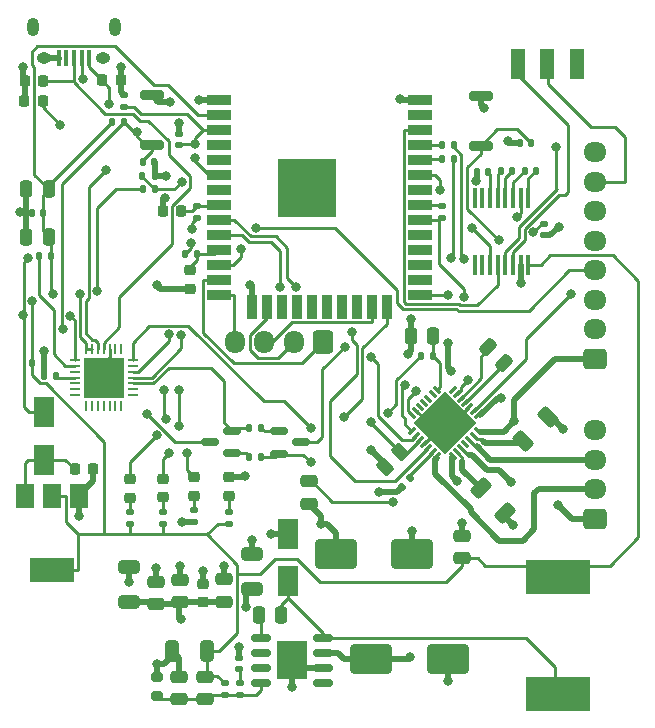
<source format=gbr>
%TF.GenerationSoftware,KiCad,Pcbnew,(6.0.7)*%
%TF.CreationDate,2023-01-17T20:42:06-06:00*%
%TF.ProjectId,SmartSpin2k,536d6172-7453-4706-996e-326b2e6b6963,2.35*%
%TF.SameCoordinates,Original*%
%TF.FileFunction,Copper,L1,Top*%
%TF.FilePolarity,Positive*%
%FSLAX46Y46*%
G04 Gerber Fmt 4.6, Leading zero omitted, Abs format (unit mm)*
G04 Created by KiCad (PCBNEW (6.0.7)) date 2023-01-17 20:42:06*
%MOMM*%
%LPD*%
G01*
G04 APERTURE LIST*
G04 Aperture macros list*
%AMRoundRect*
0 Rectangle with rounded corners*
0 $1 Rounding radius*
0 $2 $3 $4 $5 $6 $7 $8 $9 X,Y pos of 4 corners*
0 Add a 4 corners polygon primitive as box body*
4,1,4,$2,$3,$4,$5,$6,$7,$8,$9,$2,$3,0*
0 Add four circle primitives for the rounded corners*
1,1,$1+$1,$2,$3*
1,1,$1+$1,$4,$5*
1,1,$1+$1,$6,$7*
1,1,$1+$1,$8,$9*
0 Add four rect primitives between the rounded corners*
20,1,$1+$1,$2,$3,$4,$5,0*
20,1,$1+$1,$4,$5,$6,$7,0*
20,1,$1+$1,$6,$7,$8,$9,0*
20,1,$1+$1,$8,$9,$2,$3,0*%
%AMRotRect*
0 Rectangle, with rotation*
0 The origin of the aperture is its center*
0 $1 length*
0 $2 width*
0 $3 Rotation angle, in degrees counterclockwise*
0 Add horizontal line*
21,1,$1,$2,0,0,$3*%
G04 Aperture macros list end*
%TA.AperFunction,SMDPad,CuDef*%
%ADD10RoundRect,0.250000X-0.512652X-0.159099X-0.159099X-0.512652X0.512652X0.159099X0.159099X0.512652X0*%
%TD*%
%TA.AperFunction,SMDPad,CuDef*%
%ADD11RoundRect,0.135000X0.185000X-0.135000X0.185000X0.135000X-0.185000X0.135000X-0.185000X-0.135000X0*%
%TD*%
%TA.AperFunction,SMDPad,CuDef*%
%ADD12RoundRect,0.250000X-1.500000X-1.000000X1.500000X-1.000000X1.500000X1.000000X-1.500000X1.000000X0*%
%TD*%
%TA.AperFunction,SMDPad,CuDef*%
%ADD13RoundRect,0.218750X-0.256250X0.218750X-0.256250X-0.218750X0.256250X-0.218750X0.256250X0.218750X0*%
%TD*%
%TA.AperFunction,SMDPad,CuDef*%
%ADD14RoundRect,0.225000X0.225000X0.250000X-0.225000X0.250000X-0.225000X-0.250000X0.225000X-0.250000X0*%
%TD*%
%TA.AperFunction,SMDPad,CuDef*%
%ADD15R,1.500000X2.000000*%
%TD*%
%TA.AperFunction,SMDPad,CuDef*%
%ADD16R,3.800000X2.000000*%
%TD*%
%TA.AperFunction,SMDPad,CuDef*%
%ADD17RoundRect,0.250000X0.475000X-0.250000X0.475000X0.250000X-0.475000X0.250000X-0.475000X-0.250000X0*%
%TD*%
%TA.AperFunction,SMDPad,CuDef*%
%ADD18RoundRect,0.150000X-0.662500X-0.150000X0.662500X-0.150000X0.662500X0.150000X-0.662500X0.150000X0*%
%TD*%
%TA.AperFunction,SMDPad,CuDef*%
%ADD19R,2.514000X3.200000*%
%TD*%
%TA.AperFunction,SMDPad,CuDef*%
%ADD20RoundRect,0.200000X-0.800000X0.200000X-0.800000X-0.200000X0.800000X-0.200000X0.800000X0.200000X0*%
%TD*%
%TA.AperFunction,SMDPad,CuDef*%
%ADD21R,1.250000X2.500000*%
%TD*%
%TA.AperFunction,SMDPad,CuDef*%
%ADD22RoundRect,0.218750X0.218750X0.256250X-0.218750X0.256250X-0.218750X-0.256250X0.218750X-0.256250X0*%
%TD*%
%TA.AperFunction,SMDPad,CuDef*%
%ADD23RoundRect,0.140000X0.170000X-0.140000X0.170000X0.140000X-0.170000X0.140000X-0.170000X-0.140000X0*%
%TD*%
%TA.AperFunction,SMDPad,CuDef*%
%ADD24RoundRect,0.218750X-0.218750X-0.256250X0.218750X-0.256250X0.218750X0.256250X-0.218750X0.256250X0*%
%TD*%
%TA.AperFunction,SMDPad,CuDef*%
%ADD25RoundRect,0.150000X0.587500X0.150000X-0.587500X0.150000X-0.587500X-0.150000X0.587500X-0.150000X0*%
%TD*%
%TA.AperFunction,SMDPad,CuDef*%
%ADD26RoundRect,0.250000X0.650000X-0.325000X0.650000X0.325000X-0.650000X0.325000X-0.650000X-0.325000X0*%
%TD*%
%TA.AperFunction,SMDPad,CuDef*%
%ADD27RoundRect,0.135000X-0.135000X-0.185000X0.135000X-0.185000X0.135000X0.185000X-0.135000X0.185000X0*%
%TD*%
%TA.AperFunction,SMDPad,CuDef*%
%ADD28RoundRect,0.140000X-0.140000X-0.170000X0.140000X-0.170000X0.140000X0.170000X-0.140000X0.170000X0*%
%TD*%
%TA.AperFunction,SMDPad,CuDef*%
%ADD29RoundRect,0.250000X-0.132583X0.503814X-0.503814X0.132583X0.132583X-0.503814X0.503814X-0.132583X0*%
%TD*%
%TA.AperFunction,SMDPad,CuDef*%
%ADD30RoundRect,0.062500X0.185616X0.274004X-0.274004X-0.185616X-0.185616X-0.274004X0.274004X0.185616X0*%
%TD*%
%TA.AperFunction,SMDPad,CuDef*%
%ADD31RoundRect,0.062500X-0.185616X0.274004X-0.274004X0.185616X0.185616X-0.274004X0.274004X-0.185616X0*%
%TD*%
%TA.AperFunction,SMDPad,CuDef*%
%ADD32RotRect,3.750000X3.750000X225.000000*%
%TD*%
%TA.AperFunction,SMDPad,CuDef*%
%ADD33RoundRect,0.250000X-0.250000X-0.475000X0.250000X-0.475000X0.250000X0.475000X-0.250000X0.475000X0*%
%TD*%
%TA.AperFunction,SMDPad,CuDef*%
%ADD34RoundRect,0.140000X-0.170000X0.140000X-0.170000X-0.140000X0.170000X-0.140000X0.170000X0.140000X0*%
%TD*%
%TA.AperFunction,SMDPad,CuDef*%
%ADD35RoundRect,0.218750X0.256250X-0.218750X0.256250X0.218750X-0.256250X0.218750X-0.256250X-0.218750X0*%
%TD*%
%TA.AperFunction,SMDPad,CuDef*%
%ADD36RoundRect,0.135000X0.035355X-0.226274X0.226274X-0.035355X-0.035355X0.226274X-0.226274X0.035355X0*%
%TD*%
%TA.AperFunction,SMDPad,CuDef*%
%ADD37R,0.400000X1.350000*%
%TD*%
%TA.AperFunction,ComponentPad*%
%ADD38O,1.250000X0.950000*%
%TD*%
%TA.AperFunction,ComponentPad*%
%ADD39O,1.000000X1.550000*%
%TD*%
%TA.AperFunction,SMDPad,CuDef*%
%ADD40RoundRect,0.200000X0.275000X-0.200000X0.275000X0.200000X-0.275000X0.200000X-0.275000X-0.200000X0*%
%TD*%
%TA.AperFunction,SMDPad,CuDef*%
%ADD41RoundRect,0.250000X0.250000X0.475000X-0.250000X0.475000X-0.250000X-0.475000X0.250000X-0.475000X0*%
%TD*%
%TA.AperFunction,SMDPad,CuDef*%
%ADD42RoundRect,0.135000X0.135000X0.185000X-0.135000X0.185000X-0.135000X-0.185000X0.135000X-0.185000X0*%
%TD*%
%TA.AperFunction,SMDPad,CuDef*%
%ADD43RoundRect,0.135000X-0.185000X0.135000X-0.185000X-0.135000X0.185000X-0.135000X0.185000X0.135000X0*%
%TD*%
%TA.AperFunction,SMDPad,CuDef*%
%ADD44R,2.000000X0.900000*%
%TD*%
%TA.AperFunction,SMDPad,CuDef*%
%ADD45R,0.900000X2.000000*%
%TD*%
%TA.AperFunction,SMDPad,CuDef*%
%ADD46R,5.000000X5.000000*%
%TD*%
%TA.AperFunction,SMDPad,CuDef*%
%ADD47RoundRect,0.140000X0.140000X0.170000X-0.140000X0.170000X-0.140000X-0.170000X0.140000X-0.170000X0*%
%TD*%
%TA.AperFunction,SMDPad,CuDef*%
%ADD48R,1.800000X2.500000*%
%TD*%
%TA.AperFunction,SMDPad,CuDef*%
%ADD49RoundRect,0.150000X-0.587500X-0.150000X0.587500X-0.150000X0.587500X0.150000X-0.587500X0.150000X0*%
%TD*%
%TA.AperFunction,SMDPad,CuDef*%
%ADD50RoundRect,0.225000X0.250000X-0.225000X0.250000X0.225000X-0.250000X0.225000X-0.250000X-0.225000X0*%
%TD*%
%TA.AperFunction,SMDPad,CuDef*%
%ADD51R,0.355600X1.676400*%
%TD*%
%TA.AperFunction,SMDPad,CuDef*%
%ADD52RoundRect,0.250000X0.325000X0.650000X-0.325000X0.650000X-0.325000X-0.650000X0.325000X-0.650000X0*%
%TD*%
%TA.AperFunction,SMDPad,CuDef*%
%ADD53RoundRect,0.250000X0.662913X0.220971X0.220971X0.662913X-0.662913X-0.220971X-0.220971X-0.662913X0*%
%TD*%
%TA.AperFunction,SMDPad,CuDef*%
%ADD54RoundRect,0.225000X-0.250000X0.225000X-0.250000X-0.225000X0.250000X-0.225000X0.250000X0.225000X0*%
%TD*%
%TA.AperFunction,SMDPad,CuDef*%
%ADD55RoundRect,0.062500X-0.062500X0.337500X-0.062500X-0.337500X0.062500X-0.337500X0.062500X0.337500X0*%
%TD*%
%TA.AperFunction,SMDPad,CuDef*%
%ADD56RoundRect,0.062500X-0.337500X0.062500X-0.337500X-0.062500X0.337500X-0.062500X0.337500X0.062500X0*%
%TD*%
%TA.AperFunction,SMDPad,CuDef*%
%ADD57R,3.350000X3.350000*%
%TD*%
%TA.AperFunction,SMDPad,CuDef*%
%ADD58RoundRect,0.200000X0.800000X-0.200000X0.800000X0.200000X-0.800000X0.200000X-0.800000X-0.200000X0*%
%TD*%
%TA.AperFunction,SMDPad,CuDef*%
%ADD59R,5.400000X2.900000*%
%TD*%
%TA.AperFunction,SMDPad,CuDef*%
%ADD60RoundRect,0.250000X-0.220971X0.662913X-0.662913X0.220971X0.220971X-0.662913X0.662913X-0.220971X0*%
%TD*%
%TA.AperFunction,ComponentPad*%
%ADD61RoundRect,0.250000X0.725000X-0.600000X0.725000X0.600000X-0.725000X0.600000X-0.725000X-0.600000X0*%
%TD*%
%TA.AperFunction,ComponentPad*%
%ADD62O,1.950000X1.700000*%
%TD*%
%TA.AperFunction,ComponentPad*%
%ADD63RoundRect,0.250000X0.600000X0.725000X-0.600000X0.725000X-0.600000X-0.725000X0.600000X-0.725000X0*%
%TD*%
%TA.AperFunction,ComponentPad*%
%ADD64O,1.700000X1.950000*%
%TD*%
%TA.AperFunction,ViaPad*%
%ADD65C,0.800000*%
%TD*%
%TA.AperFunction,Conductor*%
%ADD66C,0.250000*%
%TD*%
%TA.AperFunction,Conductor*%
%ADD67C,0.500000*%
%TD*%
%TA.AperFunction,Conductor*%
%ADD68C,0.250200*%
%TD*%
%TA.AperFunction,Conductor*%
%ADD69C,0.399800*%
%TD*%
G04 APERTURE END LIST*
D10*
%TO.P,C6,1*%
%TO.N,Net-(C6-Pad1)*%
X42778049Y31379351D03*
%TO.P,C6,2*%
%TO.N,Net-(C6-Pad2)*%
X44121551Y30035849D03*
%TD*%
D11*
%TO.P,R6,1*%
%TO.N,/TMCUART1*%
X38820000Y42310000D03*
%TO.P,R6,2*%
%TO.N,/TMCUART2*%
X38820000Y43330000D03*
%TD*%
D12*
%TO.P,C7,1*%
%TO.N,/VDC*%
X29842500Y13840000D03*
%TO.P,C7,2*%
%TO.N,GND*%
X36342500Y13840000D03*
%TD*%
D13*
%TO.P,D3,1,K*%
%TO.N,/ShiftUp*%
X12411000Y20192100D03*
%TO.P,D3,2,A*%
%TO.N,Net-(D3-Pad2)*%
X12411000Y18617100D03*
%TD*%
D11*
%TO.P,R19,1*%
%TO.N,Net-(C26-Pad1)*%
X21725000Y1911300D03*
%TO.P,R19,2*%
%TO.N,Net-(C29-Pad1)*%
X21725000Y2931300D03*
%TD*%
D14*
%TO.P,C32,1*%
%TO.N,GND*%
X9325000Y21020000D03*
%TO.P,C32,2*%
%TO.N,/REG_5V*%
X7775000Y21020000D03*
%TD*%
D15*
%TO.P,U6,1,GND*%
%TO.N,GND*%
X8130000Y18760000D03*
D16*
%TO.P,U6,2,VO*%
%TO.N,/3V3*%
X5830000Y12460000D03*
D15*
X5830000Y18760000D03*
%TO.P,U6,3,VI*%
%TO.N,/REG_5V*%
X3530000Y18760000D03*
%TD*%
D17*
%TO.P,C1,1*%
%TO.N,/VDC*%
X20430000Y9810000D03*
%TO.P,C1,2*%
%TO.N,GND*%
X20430000Y11710000D03*
%TD*%
D18*
%TO.P,U4,1,BOOT*%
%TO.N,Net-(C28-Pad1)*%
X23499500Y6726900D03*
%TO.P,U4,2,NC*%
%TO.N,unconnected-(U4-Pad2)*%
X23499500Y5456900D03*
%TO.P,U4,3,NC*%
%TO.N,unconnected-(U4-Pad3)*%
X23499500Y4186900D03*
%TO.P,U4,4,VSENSE*%
%TO.N,Net-(C26-Pad1)*%
X23499500Y2916900D03*
%TO.P,U4,5,EN*%
%TO.N,unconnected-(U4-Pad5)*%
X28774500Y2916900D03*
%TO.P,U4,6,GND*%
%TO.N,GND*%
X28774500Y4186900D03*
%TO.P,U4,7,VIN*%
%TO.N,/VDC*%
X28774500Y5456900D03*
%TO.P,U4,8,PH*%
%TO.N,Net-(C28-Pad2)*%
X28774500Y6726900D03*
D19*
%TO.P,U4,9,GNDPAD*%
%TO.N,GND*%
X26137000Y4821900D03*
%TD*%
D20*
%TO.P,SW2,1,1*%
%TO.N,GND*%
X14266000Y52667800D03*
%TO.P,SW2,2,2*%
%TO.N,/EN*%
X14266000Y48467800D03*
%TD*%
D21*
%TO.P,S1,1*%
%TO.N,unconnected-(S1-Pad1)*%
X50260000Y55340000D03*
%TO.P,S1,2*%
%TO.N,/RS232OUT1*%
X47760000Y55340000D03*
%TO.P,S1,3*%
%TO.N,Net-(S1-Pad3)*%
X45260000Y55340000D03*
%TD*%
D22*
%TO.P,D5,1,A1*%
%TO.N,/D-*%
X5070500Y52170600D03*
%TO.P,D5,2,A2*%
%TO.N,GND*%
X3495500Y52170600D03*
%TD*%
D23*
%TO.P,C2,1*%
%TO.N,/EN*%
X16576600Y48464800D03*
%TO.P,C2,2*%
%TO.N,GND*%
X16576600Y49424800D03*
%TD*%
D24*
%TO.P,D4,1,A1*%
%TO.N,/VBUS*%
X10074100Y53948600D03*
%TO.P,D4,2,A2*%
%TO.N,GND*%
X11649100Y53948600D03*
%TD*%
D25*
%TO.P,Q2,1,B*%
%TO.N,Net-(Q2-Pad1)*%
X21086700Y22365800D03*
%TO.P,Q2,2,E*%
%TO.N,/RTS*%
X21086700Y24265800D03*
%TO.P,Q2,3,C*%
%TO.N,/EN*%
X19211700Y23315800D03*
%TD*%
D26*
%TO.P,C18,1*%
%TO.N,/VDC*%
X22750000Y10885000D03*
%TO.P,C18,2*%
%TO.N,GND*%
X22750000Y13835000D03*
%TD*%
%TO.P,C3,1*%
%TO.N,/VDC*%
X12330000Y9745000D03*
%TO.P,C3,2*%
%TO.N,GND*%
X12330000Y12695000D03*
%TD*%
D27*
%TO.P,R3,1*%
%TO.N,/3V3*%
X10890000Y50420000D03*
%TO.P,R3,2*%
%TO.N,/EN*%
X11910000Y50420000D03*
%TD*%
D28*
%TO.P,C20,1*%
%TO.N,Net-(C20-Pad1)*%
X43820000Y46268300D03*
%TO.P,C20,2*%
%TO.N,Net-(C20-Pad2)*%
X44780000Y46268300D03*
%TD*%
D27*
%TO.P,R4,1*%
%TO.N,Net-(R4-Pad1)*%
X38830000Y48470000D03*
%TO.P,R4,2*%
%TO.N,/TXD0*%
X39850000Y48470000D03*
%TD*%
D29*
%TO.P,R17,1*%
%TO.N,Net-(R17-Pad1)*%
X35306635Y22462835D03*
%TO.P,R17,2*%
%TO.N,GND*%
X34016165Y21172365D03*
%TD*%
D30*
%TO.P,U2,1,OB2*%
%TO.N,/B2*%
X41882911Y25571590D03*
%TO.P,U2,2,ENN*%
%TO.N,/DriverEN*%
X41529357Y25925144D03*
%TO.P,U2,3,GND*%
%TO.N,GND*%
X41175804Y26278697D03*
%TO.P,U2,4,CPO*%
%TO.N,Net-(C6-Pad2)*%
X40822250Y26632250D03*
%TO.P,U2,5,CPI*%
%TO.N,Net-(C6-Pad1)*%
X40468697Y26985804D03*
%TO.P,U2,6,VCP*%
%TO.N,Net-(C14-Pad2)*%
X40115144Y27339357D03*
%TO.P,U2,7,SPREAD*%
%TO.N,unconnected-(U2-Pad7)*%
X39761590Y27692911D03*
D31*
%TO.P,U2,8,5VOUT*%
%TO.N,/5V*%
X38400410Y27692911D03*
%TO.P,U2,9,MS1_AD0*%
%TO.N,unconnected-(U2-Pad9)*%
X38046856Y27339357D03*
%TO.P,U2,10,MS2_AD1*%
%TO.N,unconnected-(U2-Pad10)*%
X37693303Y26985804D03*
%TO.P,U2,11,DIAG*%
%TO.N,unconnected-(U2-Pad11)*%
X37339750Y26632250D03*
%TO.P,U2,12,INDEX*%
%TO.N,unconnected-(U2-Pad12)*%
X36986196Y26278697D03*
%TO.P,U2,13,CLK*%
%TO.N,GND*%
X36632643Y25925144D03*
%TO.P,U2,14,PDN_UART*%
%TO.N,/TMCUART1*%
X36279089Y25571590D03*
D30*
%TO.P,U2,15,VCC_IO*%
%TO.N,/3V3*%
X36279089Y24210410D03*
%TO.P,U2,16,STEP*%
%TO.N,/DriverSTEP*%
X36632643Y23856856D03*
%TO.P,U2,17,VREF*%
%TO.N,Net-(R17-Pad1)*%
X36986196Y23503303D03*
%TO.P,U2,18,GND*%
%TO.N,GND*%
X37339750Y23149750D03*
%TO.P,U2,19,DIR*%
%TO.N,/DriverDIR*%
X37693303Y22796196D03*
%TO.P,U2,20,STDBY*%
%TO.N,Net-(R14-Pad2)*%
X38046856Y22442643D03*
%TO.P,U2,21,OA2*%
%TO.N,/A2*%
X38400410Y22089089D03*
D31*
%TO.P,U2,22,VS*%
%TO.N,/VDC*%
X39761590Y22089089D03*
%TO.P,U2,23,BRA*%
%TO.N,/BRA*%
X40115144Y22442643D03*
%TO.P,U2,24,OA1*%
%TO.N,/A1*%
X40468697Y22796196D03*
%TO.P,U2,25,NC*%
%TO.N,unconnected-(U2-Pad25)*%
X40822250Y23149750D03*
%TO.P,U2,26,OB1*%
%TO.N,/B1*%
X41175804Y23503303D03*
%TO.P,U2,27,BRB*%
%TO.N,/BRB*%
X41529357Y23856856D03*
%TO.P,U2,28,VS*%
%TO.N,/VDC*%
X41882911Y24210410D03*
D32*
%TO.P,U2,29,EPAD*%
%TO.N,GND*%
X39081000Y24891000D03*
%TD*%
D33*
%TO.P,C28,1*%
%TO.N,Net-(C28-Pad1)*%
X23350000Y8710000D03*
%TO.P,C28,2*%
%TO.N,Net-(C28-Pad2)*%
X25250000Y8710000D03*
%TD*%
D12*
%TO.P,C19,1*%
%TO.N,/VDC*%
X32877500Y4945000D03*
%TO.P,C19,2*%
%TO.N,GND*%
X39377500Y4945000D03*
%TD*%
D22*
%TO.P,D6,1,A1*%
%TO.N,/D+*%
X5095900Y53897800D03*
%TO.P,D6,2,A2*%
%TO.N,GND*%
X3520900Y53897800D03*
%TD*%
D17*
%TO.P,C14,1*%
%TO.N,/VDC*%
X27549400Y18073600D03*
%TO.P,C14,2*%
%TO.N,Net-(C14-Pad2)*%
X27549400Y19973600D03*
%TD*%
D28*
%TO.P,C17,1*%
%TO.N,Net-(C17-Pad1)*%
X45840000Y46268300D03*
%TO.P,C17,2*%
%TO.N,Net-(C17-Pad2)*%
X46800000Y46268300D03*
%TD*%
D27*
%TO.P,R1,1*%
%TO.N,/3V3*%
X13500000Y44706000D03*
%TO.P,R1,2*%
%TO.N,Net-(R1-Pad2)*%
X14520000Y44706000D03*
%TD*%
D17*
%TO.P,C12,1*%
%TO.N,/3V3*%
X40503400Y13476200D03*
%TO.P,C12,2*%
%TO.N,GND*%
X40503400Y15376200D03*
%TD*%
D28*
%TO.P,C23,1*%
%TO.N,/3V3*%
X4150000Y30030000D03*
%TO.P,C23,2*%
%TO.N,GND*%
X5110000Y30030000D03*
%TD*%
D34*
%TO.P,C21,1*%
%TO.N,Net-(C21-Pad1)*%
X47507500Y41794300D03*
%TO.P,C21,2*%
%TO.N,GND*%
X47507500Y40834300D03*
%TD*%
D35*
%TO.P,D1,1,K*%
%TO.N,Net-(D1-Pad1)*%
X17872000Y18769500D03*
%TO.P,D1,2,A*%
%TO.N,Net-(D1-Pad2)*%
X17872000Y20344500D03*
%TD*%
D36*
%TO.P,R14,1*%
%TO.N,GND*%
X35443776Y19526576D03*
%TO.P,R14,2*%
%TO.N,Net-(R14-Pad2)*%
X36165024Y20247824D03*
%TD*%
D37*
%TO.P,J4,1*%
%TO.N,/VBUS*%
X8986600Y55790000D03*
%TO.P,J4,2*%
%TO.N,/D-*%
X8336600Y55790000D03*
%TO.P,J4,3*%
%TO.N,/D+*%
X7686600Y55790000D03*
%TO.P,J4,4*%
%TO.N,unconnected-(J4-Pad4)*%
X7036600Y55790000D03*
%TO.P,J4,5*%
%TO.N,GND*%
X6386600Y55790000D03*
D38*
%TO.P,J4,SH*%
X10186600Y55790000D03*
X5186600Y55790000D03*
D39*
X11186600Y58490000D03*
X4186600Y58490000D03*
%TD*%
D11*
%TO.P,R9,1*%
%TO.N,GND*%
X17872000Y16507000D03*
%TO.P,R9,2*%
%TO.N,Net-(D1-Pad1)*%
X17872000Y17527000D03*
%TD*%
D27*
%TO.P,R23,1*%
%TO.N,GND*%
X5130000Y28940000D03*
%TO.P,R23,2*%
%TO.N,Net-(R23-Pad2)*%
X6150000Y28940000D03*
%TD*%
D40*
%TO.P,R20,1*%
%TO.N,Net-(C26-Pad1)*%
X14710000Y1785000D03*
%TO.P,R20,2*%
%TO.N,GND*%
X14710000Y3435000D03*
%TD*%
D41*
%TO.P,C8,1*%
%TO.N,/5V*%
X38100600Y32257000D03*
%TO.P,C8,2*%
%TO.N,GND*%
X36200600Y32257000D03*
%TD*%
D17*
%TO.P,C5,1*%
%TO.N,/VDC*%
X16696200Y9733800D03*
%TO.P,C5,2*%
%TO.N,GND*%
X16696200Y11633800D03*
%TD*%
D11*
%TO.P,R22,1*%
%TO.N,Net-(C26-Pad1)*%
X20440000Y1870000D03*
%TO.P,R22,2*%
%TO.N,/3V3*%
X20440000Y2890000D03*
%TD*%
D42*
%TO.P,R21,1*%
%TO.N,/3V3*%
X5730000Y39060000D03*
%TO.P,R21,2*%
%TO.N,Net-(R21-Pad2)*%
X4710000Y39060000D03*
%TD*%
D43*
%TO.P,R12,1*%
%TO.N,Net-(D2-Pad2)*%
X15205000Y17425400D03*
%TO.P,R12,2*%
%TO.N,/3V3*%
X15205000Y16405400D03*
%TD*%
D23*
%TO.P,C15,1*%
%TO.N,/EN*%
X11918700Y51720400D03*
%TO.P,C15,2*%
%TO.N,GND*%
X11918700Y52680400D03*
%TD*%
%TO.P,C29,1*%
%TO.N,Net-(C29-Pad1)*%
X21670000Y4090000D03*
%TO.P,C29,2*%
%TO.N,GND*%
X21670000Y5050000D03*
%TD*%
D44*
%TO.P,U1,1,GND*%
%TO.N,GND*%
X19948000Y52284000D03*
%TO.P,U1,2,3V3*%
%TO.N,/3V3*%
X19948000Y51014000D03*
%TO.P,U1,3,EN*%
%TO.N,/EN*%
X19948000Y49744000D03*
%TO.P,U1,4,SENSOR_VP*%
%TO.N,unconnected-(U1-Pad4)*%
X19948000Y48474000D03*
%TO.P,U1,5,SENSOR_VN*%
%TO.N,unconnected-(U1-Pad5)*%
X19948000Y47204000D03*
%TO.P,U1,6,IO34*%
%TO.N,Net-(R1-Pad2)*%
X19948000Y45934000D03*
%TO.P,U1,7,IO35*%
%TO.N,unconnected-(U1-Pad7)*%
X19948000Y44664000D03*
%TO.P,U1,8,IO32*%
%TO.N,Net-(C11-Pad1)*%
X19948000Y43394000D03*
%TO.P,U1,9,IO33*%
%TO.N,/DriverDIR*%
X19948000Y42124000D03*
%TO.P,U1,10,IO25*%
%TO.N,/DriverSTEP*%
X19948000Y40854000D03*
%TO.P,U1,11,IO26*%
%TO.N,Net-(C10-Pad1)*%
X19948000Y39584000D03*
%TO.P,U1,12,IO27*%
%TO.N,/DriverEN*%
X19948000Y38314000D03*
%TO.P,U1,13,IO14*%
%TO.N,Net-(J2-Pad1)*%
X19948000Y37044000D03*
%TO.P,U1,14,IO12*%
%TO.N,Net-(J2-Pad4)*%
X19948000Y35774000D03*
D45*
%TO.P,U1,15,GND*%
%TO.N,GND*%
X22733000Y34774000D03*
%TO.P,U1,16,IO13*%
%TO.N,Net-(J2-Pad2)*%
X24003000Y34774000D03*
%TO.P,U1,17,SHD/SD2*%
%TO.N,unconnected-(U1-Pad17)*%
X25273000Y34774000D03*
%TO.P,U1,18,SWP/SD3*%
%TO.N,unconnected-(U1-Pad18)*%
X26543000Y34774000D03*
%TO.P,U1,19,SCS/CMD*%
%TO.N,unconnected-(U1-Pad19)*%
X27813000Y34774000D03*
%TO.P,U1,20,SCK/CLK*%
%TO.N,unconnected-(U1-Pad20)*%
X29083000Y34774000D03*
%TO.P,U1,21,SDO/SD0*%
%TO.N,unconnected-(U1-Pad21)*%
X30353000Y34774000D03*
%TO.P,U1,22,SDI/SD1*%
%TO.N,unconnected-(U1-Pad22)*%
X31623000Y34774000D03*
%TO.P,U1,23,IO15*%
%TO.N,Net-(J2-Pad3)*%
X32893000Y34774000D03*
%TO.P,U1,24,IO2*%
%TO.N,Net-(D1-Pad2)*%
X34163000Y34774000D03*
D44*
%TO.P,U1,25,IO0*%
%TO.N,/IO0_BOOT*%
X36948000Y35774000D03*
%TO.P,U1,26,IO4*%
%TO.N,unconnected-(U1-Pad26)*%
X36948000Y37044000D03*
%TO.P,U1,27,IO16*%
%TO.N,unconnected-(U1-Pad27)*%
X36948000Y38314000D03*
%TO.P,U1,28,IO17*%
%TO.N,unconnected-(U1-Pad28)*%
X36948000Y39584000D03*
%TO.P,U1,29,IO5*%
%TO.N,unconnected-(U1-Pad29)*%
X36948000Y40854000D03*
%TO.P,U1,30,IO18*%
%TO.N,/TMCUART1*%
X36948000Y42124000D03*
%TO.P,U1,31,IO19*%
%TO.N,/TMCUART2*%
X36948000Y43394000D03*
%TO.P,U1,32,NC*%
%TO.N,unconnected-(U1-Pad32)*%
X36948000Y44664000D03*
%TO.P,U1,33,IO21*%
%TO.N,/T1IN*%
X36948000Y45934000D03*
%TO.P,U1,34,RXD0*%
%TO.N,Net-(R5-Pad1)*%
X36948000Y47204000D03*
%TO.P,U1,35,TXD0*%
%TO.N,Net-(R4-Pad1)*%
X36948000Y48474000D03*
%TO.P,U1,36,IO22*%
%TO.N,/R1OUT*%
X36948000Y49744000D03*
%TO.P,U1,37,IO23*%
%TO.N,unconnected-(U1-Pad37)*%
X36948000Y51014000D03*
%TO.P,U1,38,GND*%
%TO.N,GND*%
X36948000Y52284000D03*
D46*
%TO.P,U1,39,GND*%
X27448000Y44784000D03*
%TD*%
D11*
%TO.P,R13,1*%
%TO.N,/3V3*%
X12411000Y16380000D03*
%TO.P,R13,2*%
%TO.N,Net-(D3-Pad2)*%
X12411000Y17400000D03*
%TD*%
D47*
%TO.P,C27,1*%
%TO.N,/3V3*%
X5080000Y42710000D03*
%TO.P,C27,2*%
%TO.N,GND*%
X4120000Y42710000D03*
%TD*%
D48*
%TO.P,D7,1,K*%
%TO.N,/REG_5V*%
X5146600Y21824200D03*
%TO.P,D7,2,A*%
%TO.N,/VBUS*%
X5146600Y25824200D03*
%TD*%
D13*
%TO.P,D2,1,K*%
%TO.N,/ShiftDown*%
X15205000Y20217500D03*
%TO.P,D2,2,A*%
%TO.N,Net-(D2-Pad2)*%
X15205000Y18642500D03*
%TD*%
D48*
%TO.P,D8,1,K*%
%TO.N,Net-(C28-Pad2)*%
X25830000Y11540000D03*
%TO.P,D8,2,A*%
%TO.N,GND*%
X25830000Y15540000D03*
%TD*%
D47*
%TO.P,C22,1*%
%TO.N,Net-(C22-Pad1)*%
X42761000Y46204300D03*
%TO.P,C22,2*%
%TO.N,GND*%
X41801000Y46204300D03*
%TD*%
D27*
%TO.P,R5,1*%
%TO.N,Net-(R5-Pad1)*%
X38830000Y47270000D03*
%TO.P,R5,2*%
%TO.N,/RXD0*%
X39850000Y47270000D03*
%TD*%
D49*
%TO.P,Q1,1,B*%
%TO.N,Net-(Q1-Pad1)*%
X25011700Y24240800D03*
%TO.P,Q1,2,E*%
%TO.N,/DTR*%
X25011700Y22340800D03*
%TO.P,Q1,3,C*%
%TO.N,/IO0_BOOT*%
X26886700Y23290800D03*
%TD*%
D50*
%TO.P,C9,1*%
%TO.N,/VDC*%
X18601200Y9731000D03*
%TO.P,C9,2*%
%TO.N,GND*%
X18601200Y11281000D03*
%TD*%
D13*
%TO.P,D9,1,K*%
%TO.N,GND*%
X20793000Y20344500D03*
%TO.P,D9,2,A*%
%TO.N,Net-(D9-Pad2)*%
X20793000Y18769500D03*
%TD*%
D14*
%TO.P,C11,1*%
%TO.N,Net-(C11-Pad1)*%
X16792800Y42848800D03*
%TO.P,C11,2*%
%TO.N,GND*%
X15242800Y42848800D03*
%TD*%
D17*
%TO.P,C4,1*%
%TO.N,/VDC*%
X14613400Y9581400D03*
%TO.P,C4,2*%
%TO.N,GND*%
X14613400Y11481400D03*
%TD*%
D42*
%TO.P,R18,1*%
%TO.N,/5V*%
X38060400Y30600000D03*
%TO.P,R18,2*%
%TO.N,Net-(R17-Pad1)*%
X37040400Y30600000D03*
%TD*%
D28*
%TO.P,C16,1*%
%TO.N,/EN*%
X13505800Y47065200D03*
%TO.P,C16,2*%
%TO.N,GND*%
X14465800Y47065200D03*
%TD*%
D51*
%TO.P,U3,1,C1+*%
%TO.N,Net-(C17-Pad2)*%
X46172499Y43963700D03*
%TO.P,U3,2,VS+*%
%TO.N,Net-(C21-Pad1)*%
X45522501Y43963700D03*
%TO.P,U3,3,C1-*%
%TO.N,Net-(C17-Pad1)*%
X44872499Y43963700D03*
%TO.P,U3,4,C2+*%
%TO.N,Net-(C20-Pad2)*%
X44222501Y43963700D03*
%TO.P,U3,5,C2-*%
%TO.N,Net-(C20-Pad1)*%
X43572502Y43963700D03*
%TO.P,U3,6,VS-*%
%TO.N,Net-(C22-Pad1)*%
X42922501Y43963700D03*
%TO.P,U3,7,T2OUT*%
%TO.N,unconnected-(U3-Pad7)*%
X42272502Y43963700D03*
%TO.P,U3,8,R2IN*%
%TO.N,unconnected-(U3-Pad8)*%
X41622501Y43963700D03*
%TO.P,U3,9,R2OUT*%
%TO.N,unconnected-(U3-Pad9)*%
X41622501Y38324900D03*
%TO.P,U3,10,T2IN*%
%TO.N,unconnected-(U3-Pad10)*%
X42272499Y38324900D03*
%TO.P,U3,11,T1IN*%
%TO.N,/T1IN*%
X42922501Y38324900D03*
%TO.P,U3,12,R1OUT*%
%TO.N,/R1OUT*%
X43572499Y38324900D03*
%TO.P,U3,13,R1IN*%
%TO.N,/RS232IN1*%
X44222498Y38324900D03*
%TO.P,U3,14,T1OUT*%
%TO.N,Net-(S1-Pad3)*%
X44872499Y38324900D03*
%TO.P,U3,15,GND*%
%TO.N,GND*%
X45522498Y38324900D03*
%TO.P,U3,16,VCC*%
%TO.N,/3V3*%
X46172499Y38324900D03*
%TD*%
D42*
%TO.P,R11,1*%
%TO.N,Net-(C10-Pad1)*%
X18128000Y39216600D03*
%TO.P,R11,2*%
%TO.N,/ShiftDown*%
X17108000Y39216600D03*
%TD*%
D52*
%TO.P,C30,1*%
%TO.N,/3V3*%
X18935000Y5610000D03*
%TO.P,C30,2*%
%TO.N,GND*%
X15985000Y5610000D03*
%TD*%
D17*
%TO.P,C31,1*%
%TO.N,Net-(C26-Pad1)*%
X18760000Y1520000D03*
%TO.P,C31,2*%
%TO.N,/3V3*%
X18760000Y3420000D03*
%TD*%
D53*
%TO.P,R16,1*%
%TO.N,GND*%
X44179144Y17329056D03*
%TO.P,R16,2*%
%TO.N,/BRA*%
X42110856Y19397344D03*
%TD*%
D41*
%TO.P,C25,1*%
%TO.N,/3V3*%
X5550000Y44710000D03*
%TO.P,C25,2*%
%TO.N,GND*%
X3650000Y44710000D03*
%TD*%
D54*
%TO.P,C10,1*%
%TO.N,Net-(C10-Pad1)*%
X17491000Y37858000D03*
%TO.P,C10,2*%
%TO.N,GND*%
X17491000Y36308000D03*
%TD*%
D55*
%TO.P,U5,1,DCD*%
%TO.N,unconnected-(U5-Pad1)*%
X11701200Y31227200D03*
%TO.P,U5,2,RI*%
%TO.N,unconnected-(U5-Pad2)*%
X11201200Y31227200D03*
%TO.P,U5,3,GND*%
%TO.N,GND*%
X10701200Y31227200D03*
%TO.P,U5,4,D+*%
%TO.N,/D+*%
X10201200Y31227200D03*
%TO.P,U5,5,D-*%
%TO.N,/D-*%
X9701200Y31227200D03*
%TO.P,U5,6,VDD*%
%TO.N,/3V3*%
X9201200Y31227200D03*
%TO.P,U5,7,REGIN*%
X8701200Y31227200D03*
D56*
%TO.P,U5,8,VBUS*%
%TO.N,/VBUS*%
X7751200Y30277200D03*
%TO.P,U5,9,~{RST}*%
%TO.N,Net-(R21-Pad2)*%
X7751200Y29777200D03*
%TO.P,U5,10,NC*%
%TO.N,unconnected-(U5-Pad10)*%
X7751200Y29277200D03*
%TO.P,U5,11,~{SUSPEND}*%
%TO.N,Net-(R23-Pad2)*%
X7751200Y28777200D03*
%TO.P,U5,12,SUSPEND*%
%TO.N,unconnected-(U5-Pad12)*%
X7751200Y28277200D03*
%TO.P,U5,13,NC@1*%
%TO.N,unconnected-(U5-Pad13)*%
X7751200Y27777200D03*
%TO.P,U5,14,NC@2*%
%TO.N,unconnected-(U5-Pad14)*%
X7751200Y27277200D03*
D55*
%TO.P,U5,15,NC@3*%
%TO.N,unconnected-(U5-Pad15)*%
X8701200Y26327200D03*
%TO.P,U5,16,NC@4*%
%TO.N,unconnected-(U5-Pad16)*%
X9201200Y26327200D03*
%TO.P,U5,17,NC@5*%
%TO.N,unconnected-(U5-Pad17)*%
X9701200Y26327200D03*
%TO.P,U5,18,NC/VPP*%
%TO.N,unconnected-(U5-Pad18)*%
X10201200Y26327200D03*
%TO.P,U5,19,NC@6*%
%TO.N,unconnected-(U5-Pad19)*%
X10701200Y26327200D03*
%TO.P,U5,20,NC@7*%
%TO.N,unconnected-(U5-Pad20)*%
X11201200Y26327200D03*
%TO.P,U5,21,NC@8*%
%TO.N,unconnected-(U5-Pad21)*%
X11701200Y26327200D03*
D56*
%TO.P,U5,22,NC@9*%
%TO.N,unconnected-(U5-Pad22)*%
X12651200Y27277200D03*
%TO.P,U5,23,CTS*%
%TO.N,unconnected-(U5-Pad23)*%
X12651200Y27777200D03*
%TO.P,U5,24,RTS*%
%TO.N,/RTS*%
X12651200Y28277200D03*
%TO.P,U5,25,RXD*%
%TO.N,/TXD0*%
X12651200Y28777200D03*
%TO.P,U5,26,TXD*%
%TO.N,/RXD0*%
X12651200Y29277200D03*
%TO.P,U5,27,DSR*%
%TO.N,unconnected-(U5-Pad27)*%
X12651200Y29777200D03*
%TO.P,U5,28,DTR*%
%TO.N,/DTR*%
X12651200Y30277200D03*
D57*
%TO.P,U5,29,GND@1*%
%TO.N,GND*%
X10201200Y28777200D03*
%TD*%
D43*
%TO.P,R10,1*%
%TO.N,Net-(C11-Pad1)*%
X18100600Y43308000D03*
%TO.P,R10,2*%
%TO.N,/ShiftUp*%
X18100600Y42288000D03*
%TD*%
D17*
%TO.P,C26,1*%
%TO.N,Net-(C26-Pad1)*%
X16600000Y1540000D03*
%TO.P,C26,2*%
%TO.N,GND*%
X16600000Y3440000D03*
%TD*%
D42*
%TO.P,R2,1*%
%TO.N,GND*%
X14509600Y45847200D03*
%TO.P,R2,2*%
%TO.N,Net-(R1-Pad2)*%
X13489600Y45847200D03*
%TD*%
%TO.P,R8,1*%
%TO.N,/DTR*%
X23563600Y22046200D03*
%TO.P,R8,2*%
%TO.N,Net-(Q2-Pad1)*%
X22543600Y22046200D03*
%TD*%
%TO.P,R7,1*%
%TO.N,Net-(Q1-Pad1)*%
X23563600Y24535400D03*
%TO.P,R7,2*%
%TO.N,/RTS*%
X22543600Y24535400D03*
%TD*%
D43*
%TO.P,R24,1*%
%TO.N,Net-(D9-Pad2)*%
X20793000Y17417000D03*
%TO.P,R24,2*%
%TO.N,/3V3*%
X20793000Y16397000D03*
%TD*%
D58*
%TO.P,SW1,1,1*%
%TO.N,/IO0_BOOT*%
X42110000Y48420000D03*
%TO.P,SW1,2,2*%
%TO.N,GND*%
X42110000Y52620000D03*
%TD*%
D59*
%TO.P,L1,1,1*%
%TO.N,Net-(C28-Pad2)*%
X48680000Y2020000D03*
%TO.P,L1,2,2*%
%TO.N,/3V3*%
X48680000Y11920000D03*
%TD*%
D33*
%TO.P,C24,1*%
%TO.N,GND*%
X3650000Y40710000D03*
%TO.P,C24,2*%
%TO.N,/3V3*%
X5550000Y40710000D03*
%TD*%
D60*
%TO.P,R15,1*%
%TO.N,GND*%
X47811344Y25442544D03*
%TO.P,R15,2*%
%TO.N,/BRB*%
X45743056Y23374256D03*
%TD*%
D47*
%TO.P,C13,1*%
%TO.N,/IO0_BOOT*%
X46380000Y48630000D03*
%TO.P,C13,2*%
%TO.N,GND*%
X45420000Y48630000D03*
%TD*%
D61*
%TO.P,J1,1,1*%
%TO.N,/A1*%
X51798000Y16823000D03*
D62*
%TO.P,J1,2,2*%
%TO.N,/A2*%
X51798000Y19323000D03*
%TO.P,J1,3,3*%
%TO.N,/B1*%
X51798000Y21823000D03*
%TO.P,J1,4,4*%
%TO.N,/B2*%
X51798000Y24323000D03*
%TD*%
D61*
%TO.P,J3,1,1*%
%TO.N,/VDC*%
X51781000Y30352000D03*
D62*
%TO.P,J3,2,2*%
%TO.N,GND*%
X51781000Y32852000D03*
%TO.P,J3,3,3*%
%TO.N,/ShiftDown*%
X51781000Y35352000D03*
%TO.P,J3,4,4*%
%TO.N,/ShiftUp*%
X51781000Y37852000D03*
%TO.P,J3,5,5*%
%TO.N,GND*%
X51781000Y40352000D03*
%TO.P,J3,6,6*%
X51781000Y42852000D03*
%TO.P,J3,7,7*%
%TO.N,/RS232OUT1*%
X51781000Y45352000D03*
%TO.P,J3,8,8*%
%TO.N,/RS232IN1*%
X51781000Y47852000D03*
%TD*%
D63*
%TO.P,J2,1,1*%
%TO.N,Net-(J2-Pad1)*%
X28810000Y31765000D03*
D64*
%TO.P,J2,2,2*%
%TO.N,Net-(J2-Pad2)*%
X26310000Y31765000D03*
%TO.P,J2,3,3*%
%TO.N,Net-(J2-Pad3)*%
X23810000Y31765000D03*
%TO.P,J2,4,4*%
%TO.N,Net-(J2-Pad4)*%
X21310000Y31765000D03*
%TD*%
D65*
%TO.N,GND*%
X28642000Y44703000D03*
X5110000Y31004500D03*
X44415000Y48767000D03*
X26102000Y43433000D03*
X39038000Y26611000D03*
X36243200Y33721000D03*
X27397000Y43433000D03*
X16576600Y50367200D03*
X36342500Y15788100D03*
X40554200Y16458200D03*
X39614400Y29336000D03*
X26102000Y45973000D03*
X39038000Y24815000D03*
X49114000Y24433800D03*
X39038000Y23019000D03*
X22571000Y36575000D03*
X27372000Y45973000D03*
X18301300Y52284000D03*
X14613400Y12648100D03*
X3403400Y55041900D03*
X38140000Y25713000D03*
X11649100Y55032900D03*
X39936000Y25713000D03*
X37241000Y24815000D03*
X40834000Y24815000D03*
X38140000Y23917000D03*
X45522500Y36791500D03*
X22750000Y15024900D03*
X35931400Y30733000D03*
X8118400Y17093200D03*
X41748000Y45401402D03*
X3148600Y42748000D03*
X22190000Y20446000D03*
X28642000Y45973000D03*
X16856000Y16509000D03*
X16696200Y12823600D03*
X35283800Y52347300D03*
X14697000Y36575000D03*
X39360400Y31723600D03*
X42383000Y51561000D03*
X18601200Y12413600D03*
X44836200Y16328900D03*
X27372000Y44703000D03*
X39936000Y23917000D03*
X28642000Y43433000D03*
X26102000Y44703000D03*
X32807200Y22655800D03*
X14710000Y4529800D03*
X9312200Y27964400D03*
X20430000Y12851200D03*
X21670000Y5969700D03*
X33518400Y19125200D03*
X39377500Y3052900D03*
X15468900Y45847200D03*
X48733000Y41553400D03*
X15408200Y43981500D03*
X12334800Y11479800D03*
X15814600Y52145200D03*
X24399800Y15543800D03*
X26137000Y2606700D03*
%TO.N,/VDC*%
X40147800Y19988800D03*
X16732400Y8317400D03*
X28611800Y16331800D03*
X36127600Y5142400D03*
X44923000Y25068800D03*
X22229100Y9320800D03*
%TO.N,/3V3*%
X9664300Y36117800D03*
X4154600Y35262100D03*
X8214700Y35837600D03*
X35700300Y28167600D03*
X5922200Y35837600D03*
%TO.N,Net-(C14-Pad2)*%
X41047250Y28588950D03*
X34737600Y18275700D03*
%TO.N,/VBUS*%
X3394000Y34060400D03*
X10696800Y51925000D03*
X3812100Y38856500D03*
X7381800Y34009600D03*
%TO.N,/ShiftDown*%
X17618000Y40131000D03*
X16602000Y27685000D03*
X15713000Y22351000D03*
X16602000Y24637000D03*
%TO.N,/ShiftUp*%
X14692701Y23870701D03*
X15459000Y25272000D03*
X17643400Y41375600D03*
X23079000Y41447549D03*
X15332000Y27685000D03*
%TO.N,/A1*%
X48680000Y17970000D03*
X44680000Y19970000D03*
%TO.N,/B2*%
X43805400Y27075400D03*
%TO.N,/RS232IN1*%
X48504400Y48309800D03*
%TO.N,/D-*%
X6541300Y50126100D03*
X8434500Y54062100D03*
X10361600Y46305800D03*
%TO.N,/IO0_BOOT*%
X43653000Y40385000D03*
X39335000Y35723300D03*
X30597400Y31368000D03*
%TO.N,/DTR*%
X27752600Y24510000D03*
X27739900Y21627100D03*
%TO.N,/EN*%
X6721400Y32866600D03*
X17922800Y48538400D03*
X13909600Y25678400D03*
X12995200Y49554400D03*
%TO.N,/TMCUART1*%
X40699100Y35618900D03*
X36642200Y27663500D03*
%TO.N,/TXD0*%
X16729000Y32384000D03*
X40681600Y38792000D03*
%TO.N,/RXD0*%
X15713000Y32421500D03*
X39589000Y38861000D03*
%TO.N,/DriverDIR*%
X31224700Y32592800D03*
X26508000Y36448000D03*
%TO.N,/DriverSTEP*%
X25144446Y36481597D03*
X32858000Y30479000D03*
%TO.N,Net-(C21-Pad1)*%
X46562500Y41062602D03*
X45218700Y42405500D03*
%TO.N,/DriverEN*%
X21809000Y39623000D03*
X49749000Y35813000D03*
%TO.N,Net-(D1-Pad2)*%
X17237000Y22351000D03*
X30572000Y25399000D03*
%TO.N,Net-(R1-Pad2)*%
X16805200Y45363400D03*
X17973600Y47370000D03*
%TO.N,Net-(R17-Pad1)*%
X32832600Y25018000D03*
X34255000Y25808900D03*
%TO.N,/T1IN*%
X38696250Y44668750D03*
X41406100Y41401000D03*
%TD*%
D66*
%TO.N,GND*%
X37241000Y25384800D02*
X36700656Y25925144D01*
D67*
X8130000Y18832000D02*
X9325000Y20027000D01*
X45420000Y48630000D02*
X44552000Y48630000D01*
X20430000Y12851200D02*
X20430000Y11710000D01*
X36342500Y15788100D02*
X36342500Y13840000D01*
D68*
X10701200Y30376700D02*
X10701200Y31227200D01*
D67*
X48105256Y25442544D02*
X49114000Y24433800D01*
X22088500Y20344500D02*
X22190000Y20446000D01*
X35283800Y52347300D02*
X35434600Y52347300D01*
X36243200Y32299600D02*
X36200600Y32257000D01*
X9312200Y27964400D02*
X10701200Y29353400D01*
X44179100Y16986000D02*
X44179100Y17329100D01*
X8118400Y17093200D02*
X8130000Y17104800D01*
X10701200Y29353400D02*
X10701200Y30376700D01*
X48013900Y40834300D02*
X48733000Y41553400D01*
X40554200Y16458200D02*
X40503400Y16407400D01*
X9325000Y20027000D02*
X9325000Y21020000D01*
X47507500Y40834300D02*
X48013900Y40834300D01*
X3403400Y54015300D02*
X3520900Y53897800D01*
X14788600Y52145200D02*
X14266000Y52667800D01*
X8130000Y18760000D02*
X8130000Y18832000D01*
X17491000Y36308000D02*
X14964000Y36308000D01*
X15242800Y42848800D02*
X15242800Y43816100D01*
X5186600Y55790000D02*
X6386300Y55790000D01*
X5130000Y30010000D02*
X5130000Y28940000D01*
X12330000Y11484600D02*
X12330000Y12695000D01*
X34016165Y21172365D02*
X34016165Y21446835D01*
X36243200Y33721000D02*
X36243200Y32299600D01*
X3650000Y42710000D02*
X3650000Y42748000D01*
X36200600Y32257000D02*
X36200600Y31002200D01*
X26137000Y4821900D02*
X26137000Y4186900D01*
X3650000Y42748000D02*
X3650000Y44710000D01*
X18601200Y12413600D02*
X18601200Y11281000D01*
X3650000Y40710000D02*
X3650000Y42710000D01*
X14613400Y12648100D02*
X14613400Y11481400D01*
X24403600Y15540000D02*
X25830000Y15540000D01*
X5110000Y30030000D02*
X5130000Y30010000D01*
X14509600Y45847200D02*
X14509600Y47021400D01*
X14710000Y4529800D02*
X14710000Y3435000D01*
X15242800Y43816100D02*
X15408200Y43981500D01*
X15985000Y5173200D02*
X15985000Y5610000D01*
X20793000Y20344500D02*
X22088500Y20344500D01*
X39962900Y25686100D02*
X40583200Y25686100D01*
X3403400Y55041900D02*
X3403400Y54015300D01*
X15468900Y45847200D02*
X14509600Y45847200D01*
X18301300Y52284000D02*
X19948000Y52284000D01*
X5110000Y31004500D02*
X5110000Y30030000D01*
X9388400Y27964400D02*
X9312200Y27964400D01*
X45522500Y36791500D02*
X45522500Y38324900D01*
X26137000Y4186900D02*
X26137000Y2606700D01*
X22750000Y13835000D02*
X22750000Y15024900D01*
X15341600Y4529800D02*
X15985000Y5173200D01*
X17872000Y16507000D02*
X16858000Y16507000D01*
X39936000Y25713000D02*
X39962900Y25686100D01*
X42110000Y52620000D02*
X42110000Y51834000D01*
X36200600Y31002200D02*
X35931400Y30733000D01*
X34016165Y21446835D02*
X32807200Y22655800D01*
X3148600Y42748000D02*
X3650000Y42748000D01*
X10201200Y28777200D02*
X9388400Y27964400D01*
X16600000Y4995000D02*
X16600000Y3440000D01*
X39377500Y3052900D02*
X39377500Y4945000D01*
X41801000Y46204300D02*
X41801000Y45454402D01*
X36948000Y52284000D02*
X35497900Y52284000D01*
X37241000Y24815000D02*
X37241000Y25384800D01*
X39038000Y24815000D02*
X39081000Y24858000D01*
X14509600Y47021400D02*
X14465800Y47065200D01*
X14710000Y4529800D02*
X15341600Y4529800D01*
X33518400Y19125200D02*
X35042400Y19125200D01*
D69*
X6386300Y55790000D02*
X6386600Y55790000D01*
D67*
X11918700Y52680400D02*
X11649100Y52950000D01*
X16858000Y16507000D02*
X16856000Y16509000D01*
X11649100Y53948600D02*
X11649100Y55032900D01*
X15985000Y5610000D02*
X16600000Y4995000D01*
X40503400Y16407400D02*
X40503400Y15376200D01*
D68*
X37932300Y23742300D02*
X37339700Y23149700D01*
D67*
X21670000Y5050000D02*
X21670000Y5969700D01*
X24399800Y15543800D02*
X24403600Y15540000D01*
X22733000Y36413000D02*
X22733000Y34774000D01*
X8130000Y17104800D02*
X8130000Y18760000D01*
X27372000Y44703000D02*
X27448000Y44779000D01*
X11649100Y52950000D02*
X11649100Y53948600D01*
X44836200Y16328900D02*
X44179100Y16986000D01*
X39614400Y29336000D02*
X39360400Y29590000D01*
D68*
X40583200Y25686100D02*
X41175800Y26278700D01*
D67*
X16696200Y12823600D02*
X16696200Y11633800D01*
X42110000Y51834000D02*
X42383000Y51561000D01*
X14964000Y36308000D02*
X14697000Y36575000D01*
X41801000Y45454402D02*
X41748000Y45401402D01*
X35434600Y52347300D02*
X35497900Y52284000D01*
X38107000Y23917000D02*
X37932300Y23742300D01*
X47811344Y25442544D02*
X48105256Y25442544D01*
X12334800Y11479800D02*
X12330000Y11484600D01*
X26137000Y4186900D02*
X28774500Y4186900D01*
X44552000Y48630000D02*
X44415000Y48767000D01*
X39081000Y24858000D02*
X39081000Y24891000D01*
X3520900Y52196000D02*
X3520900Y53897800D01*
X22571000Y36575000D02*
X22733000Y36413000D01*
X38140000Y23917000D02*
X38107000Y23917000D01*
X15814600Y52145200D02*
X14788600Y52145200D01*
X3495500Y52170600D02*
X3520900Y52196000D01*
D66*
X36700656Y25925144D02*
X36632643Y25925144D01*
D67*
X39360400Y29590000D02*
X39360400Y31723600D01*
X4120000Y42710000D02*
X3650000Y42710000D01*
X16576600Y50367200D02*
X16576600Y49424800D01*
X27448000Y44779000D02*
X27448000Y44784000D01*
X35042400Y19125200D02*
X35443800Y19526600D01*
%TO.N,/VDC*%
X30579000Y4945000D02*
X32877500Y4945000D01*
X29842500Y15587500D02*
X29842500Y13840000D01*
X16696200Y9733800D02*
X16699000Y9731000D01*
X16699000Y9731000D02*
X18601200Y9731000D01*
X16543800Y9581400D02*
X16696200Y9733800D01*
X28774500Y5456900D02*
X30067100Y5456900D01*
X35930200Y4945000D02*
X36127600Y5142400D01*
X14449800Y9745000D02*
X14613400Y9581400D01*
X22229100Y10364100D02*
X22750000Y10885000D01*
X32877500Y4945000D02*
X35930200Y4945000D01*
X48397000Y30352000D02*
X51781000Y30352000D01*
X40147800Y19988800D02*
X39716000Y20420600D01*
X29098200Y16331800D02*
X29842500Y15587500D01*
X22229100Y9320800D02*
X22229100Y10364100D01*
X44923000Y25068800D02*
X44923000Y26878000D01*
X20351000Y9731000D02*
X20430000Y9810000D01*
D68*
X42022200Y24210400D02*
X41882900Y24210400D01*
D67*
X28611800Y16331800D02*
X29098200Y16331800D01*
X44923000Y26878000D02*
X48397000Y30352000D01*
X28611800Y17011200D02*
X28611800Y16331800D01*
X27549400Y18073600D02*
X28611800Y17011200D01*
D68*
X42027400Y24205200D02*
X42022200Y24210400D01*
D67*
X16543800Y9581400D02*
X16543800Y8506000D01*
X44923000Y25068800D02*
X44059400Y24205200D01*
X39716000Y20420600D02*
X39716000Y22020800D01*
X16543800Y8506000D02*
X16732400Y8317400D01*
X12330000Y9745000D02*
X14449800Y9745000D01*
X30067100Y5456900D02*
X30579000Y4945000D01*
D68*
X39716000Y22020800D02*
X39716000Y22043500D01*
D67*
X18601200Y9731000D02*
X20351000Y9731000D01*
D68*
X39716000Y22043500D02*
X39761600Y22089100D01*
D67*
X14613400Y9581400D02*
X16543800Y9581400D01*
X44059400Y24205200D02*
X42027400Y24205200D01*
D66*
%TO.N,Net-(C10-Pad1)*%
X17491000Y37858000D02*
X17491000Y38099000D01*
X18128000Y39216600D02*
X19580600Y39216600D01*
X18128000Y38736000D02*
X18128000Y39216600D01*
X19580600Y39216600D02*
X19948000Y39584000D01*
X17491000Y38099000D02*
X18128000Y38736000D01*
%TO.N,/3V3*%
X18941000Y15490000D02*
X15589000Y15490000D01*
X47231700Y38324900D02*
X48021800Y39115000D01*
X26558800Y13435600D02*
X24723100Y13435600D01*
X12411000Y15493000D02*
X12414000Y15490000D01*
X10430000Y15490000D02*
X8055100Y15490000D01*
X21504600Y7162200D02*
X21504600Y12926400D01*
X4154600Y30034600D02*
X4150000Y30030000D01*
X4154600Y35262100D02*
X4154600Y30034600D01*
X13500000Y44706000D02*
X11220721Y44706000D01*
X18935000Y3507500D02*
X19822500Y3507500D01*
X15205000Y16405400D02*
X15205000Y15493000D01*
X5830000Y18760000D02*
X6975400Y18760000D01*
X18760000Y3420000D02*
X18847500Y3507500D01*
X9664300Y36117800D02*
X9664300Y38093500D01*
X20793000Y16397000D02*
X19848000Y16397000D01*
X4130600Y56361600D02*
X4130600Y55274100D01*
X13557000Y15490000D02*
X12414000Y15490000D01*
X12411000Y16380000D02*
X12411000Y15493000D01*
X5730000Y40530000D02*
X5550000Y40710000D01*
X5550000Y44710000D02*
X5080000Y44240000D01*
X6975400Y16569700D02*
X8055100Y15490000D01*
X18847500Y3507500D02*
X18935000Y3507500D01*
X8701200Y31680300D02*
X8214700Y32166800D01*
X40503400Y12800600D02*
X39182600Y11479800D01*
X4307000Y55097700D02*
X4307000Y45953000D01*
X5080000Y44240000D02*
X5080000Y42710000D01*
X15205000Y15493000D02*
X15202000Y15490000D01*
X42486000Y12850000D02*
X48399500Y12850000D01*
X35700300Y28167600D02*
X35492500Y27959800D01*
X4150000Y28948700D02*
X4804300Y28294400D01*
X18935000Y3507500D02*
X18935000Y5610000D01*
X8701200Y31227200D02*
X9201200Y31227200D01*
X8214700Y32166800D02*
X8214700Y35837600D01*
X5730000Y36029800D02*
X5922200Y35837600D01*
X5550000Y40710000D02*
X5080000Y41180000D01*
X19822500Y3507500D02*
X20440000Y2890000D01*
X11180200Y56804800D02*
X4573800Y56804800D01*
X4804300Y28294400D02*
X5305400Y28294400D01*
X18935000Y5610000D02*
X19952400Y5610000D01*
X11220721Y44706000D02*
X9664300Y43149579D01*
X53305000Y39115000D02*
X55464000Y36956000D01*
X15589000Y15490000D02*
X15202000Y15490000D01*
X21504600Y12165600D02*
X21504600Y12926400D01*
X39182600Y11479800D02*
X28514600Y11479800D01*
X28514600Y11479800D02*
X26558800Y13435600D01*
X14442800Y53542200D02*
X11180200Y56804800D01*
X15632300Y53542200D02*
X14442800Y53542200D01*
X5730000Y39060000D02*
X5730000Y40530000D01*
X4130600Y55274100D02*
X4307000Y55097700D01*
X19948000Y51014000D02*
X18160500Y51014000D01*
X18160500Y51014000D02*
X15632300Y53542200D01*
X21504600Y12926400D02*
X18941000Y15490000D01*
X5080000Y41180000D02*
X5080000Y42710000D01*
X23453100Y12165600D02*
X21504600Y12165600D01*
X35492500Y27959800D02*
X35492500Y25518800D01*
X5305400Y28294400D02*
X10252000Y23347800D01*
X46172500Y38324900D02*
X47231700Y38324900D01*
X40503400Y13476200D02*
X41859800Y13476200D01*
X35700900Y24788600D02*
X36279100Y24210400D01*
X10890000Y50420000D02*
X5550000Y45080000D01*
X4573800Y56804800D02*
X4130600Y56361600D01*
X4150000Y30030000D02*
X4150000Y28948700D01*
X12414000Y15490000D02*
X12027000Y15490000D01*
X53075000Y12850000D02*
X48399500Y12850000D01*
X6975400Y18760000D02*
X6975400Y16569700D01*
X5830000Y12460000D02*
X8055100Y12460000D01*
X8701200Y31227200D02*
X8701200Y31680300D01*
X41859800Y13476200D02*
X42486000Y12850000D01*
X55464000Y15239000D02*
X53075000Y12850000D01*
X55464000Y36956000D02*
X55464000Y15239000D01*
X5550000Y45080000D02*
X5550000Y44710000D01*
X8055100Y15490000D02*
X8055100Y12460000D01*
X15202000Y15490000D02*
X13557000Y15490000D01*
X19848000Y16397000D02*
X18941000Y15490000D01*
X35492500Y25518800D02*
X35700900Y25310400D01*
X4307000Y45953000D02*
X5550000Y44710000D01*
X19952400Y5610000D02*
X21504600Y7162200D01*
X48021800Y39115000D02*
X53305000Y39115000D01*
X12027000Y15490000D02*
X10430000Y15490000D01*
X40503400Y13476200D02*
X40503400Y12800600D01*
X35700900Y25310400D02*
X35700900Y24788600D01*
X5730000Y39060000D02*
X5730000Y36029800D01*
X9664300Y43149579D02*
X9664300Y38093500D01*
X10252000Y23347800D02*
X10252000Y15490000D01*
X24723100Y13435600D02*
X23453100Y12165600D01*
%TO.N,Net-(C14-Pad2)*%
X29530600Y18261600D02*
X27818600Y19973600D01*
X34737600Y18275700D02*
X34723500Y18261600D01*
X40435100Y27659400D02*
X40115100Y27339400D01*
X41047250Y28588950D02*
X40435100Y27976800D01*
X40435100Y27976800D02*
X40435100Y27659400D01*
X34723500Y18261600D02*
X29530600Y18261600D01*
X27818600Y19973600D02*
X27549400Y19973600D01*
%TO.N,Net-(D2-Pad2)*%
X15205000Y17425400D02*
X15205000Y18642500D01*
%TO.N,Net-(C17-Pad1)*%
X44872500Y45300800D02*
X45840000Y46268300D01*
X44872500Y43963700D02*
X44872500Y45300800D01*
%TO.N,Net-(C17-Pad2)*%
X46172500Y45633300D02*
X46800000Y46260800D01*
X46800000Y46260800D02*
X46800000Y46268300D01*
X46172500Y43963700D02*
X46172500Y45633300D01*
%TO.N,Net-(D3-Pad2)*%
X12411000Y18617100D02*
X12411000Y17400000D01*
%TO.N,Net-(C6-Pad2)*%
X44121551Y29931551D02*
X44121551Y30035849D01*
X40822250Y26632250D02*
X44121551Y29931551D01*
%TO.N,Net-(C6-Pad1)*%
X42179800Y28696195D02*
X40469409Y26985804D01*
X42778049Y31379351D02*
X42778049Y31153449D01*
X42179800Y30555200D02*
X42179800Y28696195D01*
X42778049Y31153449D02*
X42179800Y30555200D01*
X40469409Y26985804D02*
X40468697Y26985804D01*
%TO.N,/5V*%
X38060400Y32216800D02*
X38100600Y32257000D01*
X38060400Y30600000D02*
X38674600Y29985800D01*
X38674600Y27967100D02*
X38400400Y27692900D01*
X38060400Y30600000D02*
X38060400Y32216800D01*
X38674600Y29985800D02*
X38674600Y27967100D01*
%TO.N,/VBUS*%
X3429500Y38473900D02*
X3812100Y38856500D01*
X10696800Y53325900D02*
X10696800Y51925000D01*
X3394000Y34060400D02*
X3429500Y34095900D01*
X7751200Y33640200D02*
X7751200Y30277200D01*
X10074100Y53948600D02*
X10696800Y53325900D01*
X3429500Y34095900D02*
X3429500Y38473900D01*
X3921500Y25824200D02*
X5146600Y25824200D01*
X3429500Y26316200D02*
X3921500Y25824200D01*
X3429500Y34024900D02*
X3429500Y26316200D01*
X8986600Y55790000D02*
X8986600Y55036100D01*
X7381800Y34009600D02*
X7751200Y33640200D01*
X8986600Y55036100D02*
X10074100Y53948600D01*
X3394000Y34060400D02*
X3429500Y34024900D01*
%TO.N,/ShiftDown*%
X15205000Y21843000D02*
X15713000Y22351000D01*
X17618000Y39726600D02*
X17108000Y39216600D01*
X17618000Y40131000D02*
X17618000Y39726600D01*
X15205000Y20217500D02*
X15205000Y21843000D01*
X16602000Y27685000D02*
X16602000Y24637000D01*
%TO.N,/ShiftUp*%
X14692701Y23870701D02*
X12411000Y21589000D01*
X35545700Y34548700D02*
X40107300Y34548700D01*
X35047700Y36163300D02*
X35047700Y35046700D01*
X23079000Y41447549D02*
X23079500Y41448049D01*
X35047700Y35046700D02*
X35545700Y34548700D01*
X49629000Y37852000D02*
X51781000Y37852000D01*
X40107300Y34548700D02*
X40212300Y34443700D01*
X17643400Y41830800D02*
X18100600Y42288000D01*
X40212300Y34443700D02*
X46220700Y34443700D01*
X23079500Y41448049D02*
X29762951Y41448049D01*
X29762951Y41448049D02*
X35047700Y36163300D01*
X46220700Y34443700D02*
X49629000Y37852000D01*
X15332000Y27685000D02*
X15332000Y25399000D01*
X17643400Y41375600D02*
X17643400Y41830800D01*
X15332000Y25399000D02*
X15459000Y25272000D01*
X12411000Y21589000D02*
X12411000Y20192100D01*
D68*
%TO.N,/A1*%
X41113000Y22198600D02*
X41066300Y22198600D01*
D67*
X49827000Y16823000D02*
X51798000Y16823000D01*
X48680000Y17970000D02*
X49827000Y16823000D01*
D68*
X41066300Y22198600D02*
X40468700Y22796200D01*
D67*
X41113000Y22198600D02*
X41392400Y22198600D01*
X42621777Y20969223D02*
X43680777Y20969223D01*
X41392400Y22198600D02*
X42621777Y20969223D01*
X43680777Y20969223D02*
X44680000Y19970000D01*
%TO.N,/A2*%
X41265400Y17652000D02*
X41265400Y17384600D01*
X46680000Y15970000D02*
X46680000Y18970000D01*
X38400400Y21970000D02*
X38268200Y21837800D01*
X38268200Y20649200D02*
X41265400Y17652000D01*
X47033000Y19323000D02*
X51798000Y19323000D01*
D68*
X38400400Y21970000D02*
X38400400Y22089100D01*
D67*
X41265400Y17384600D02*
X43680000Y14970000D01*
X46680000Y18970000D02*
X47033000Y19323000D01*
X43680000Y14970000D02*
X45680000Y14970000D01*
X38268200Y21837800D02*
X38268200Y20649200D01*
X45680000Y14970000D02*
X46680000Y15970000D01*
D66*
%TO.N,/B1*%
X41748000Y23011400D02*
X41667707Y23011400D01*
D67*
X51798000Y21823000D02*
X42911000Y21823000D01*
X42911000Y21823000D02*
X41773400Y22960600D01*
D66*
X41667707Y23011400D02*
X41175804Y23503303D01*
D67*
%TO.N,/B2*%
X43805400Y27075400D02*
X43563500Y27075400D01*
X43563500Y27075400D02*
X42059700Y25571600D01*
D68*
X42059700Y25571600D02*
X41882900Y25571600D01*
D66*
%TO.N,/RS232OUT1*%
X51501600Y49960800D02*
X47815729Y53646671D01*
X54321000Y45312600D02*
X54321000Y49122600D01*
X54281600Y45352000D02*
X54321000Y45312600D01*
X47815729Y53646671D02*
X47815729Y55084271D01*
X53482800Y49960800D02*
X51501600Y49960800D01*
X54321000Y49122600D02*
X53482800Y49960800D01*
X47815729Y55084271D02*
X47680000Y55220000D01*
X51781000Y45352000D02*
X54281600Y45352000D01*
%TO.N,/RS232IN1*%
X44222500Y38324900D02*
X44222500Y39431896D01*
X48504400Y44750611D02*
X48504400Y48309800D01*
X48546604Y44708407D02*
X48504400Y44750611D01*
X45387500Y41549303D02*
X47590000Y43751803D01*
X47590000Y43751803D02*
X48546604Y44708407D01*
X44222500Y39431896D02*
X45387500Y40596896D01*
X45387500Y40596896D02*
X45387500Y41549303D01*
%TO.N,Net-(C11-Pad1)*%
X18100600Y43308000D02*
X19862000Y43308000D01*
X17641400Y42848800D02*
X18100600Y43308000D01*
X16792800Y42848800D02*
X17641400Y42848800D01*
X19862000Y43308000D02*
X19948000Y43394000D01*
%TO.N,/D+*%
X7686600Y55790000D02*
X7686600Y54789900D01*
X11539600Y35576600D02*
X11539600Y33019000D01*
X15705500Y48770762D02*
X15705500Y47631500D01*
X16017800Y43326617D02*
X16017800Y40054800D01*
X13949862Y50526400D02*
X15705500Y48770762D01*
X7686600Y53897800D02*
X7686600Y53784600D01*
X7686600Y53897800D02*
X5095900Y53897800D01*
X13293200Y50526400D02*
X13949862Y50526400D01*
X16017800Y40054800D02*
X11539600Y35576600D01*
X17530200Y45806800D02*
X17530200Y44839017D01*
X10201200Y31680600D02*
X10201200Y31227200D01*
X7686600Y53784600D02*
X10358900Y51112300D01*
X12707300Y51112300D02*
X13293200Y50526400D01*
X15705500Y47631500D02*
X17530200Y45806800D01*
X17530200Y44839017D02*
X16017800Y43326617D01*
X7686600Y53897800D02*
X7686600Y54789900D01*
X10358900Y51112300D02*
X12707300Y51112300D01*
X11539600Y33019000D02*
X10201200Y31680600D01*
%TO.N,/D-*%
X8939800Y44884000D02*
X10361600Y46305800D01*
X6541300Y50191700D02*
X6541300Y50126100D01*
X8678200Y32516200D02*
X8678200Y35275600D01*
X8939800Y35537200D02*
X8939800Y44884000D01*
X9701200Y31699300D02*
X9448000Y31952500D01*
X8434500Y54062100D02*
X8336600Y54160000D01*
X8336600Y54160000D02*
X8336600Y55790000D01*
X5070500Y52170600D02*
X5070500Y51662500D01*
X5070500Y51662500D02*
X6541300Y50191700D01*
X8678200Y35275600D02*
X8939800Y35537200D01*
X9241900Y31952500D02*
X8678200Y32516200D01*
X9701200Y31227200D02*
X9701200Y31699300D01*
X9448000Y31952500D02*
X9241900Y31952500D01*
%TO.N,/IO0_BOOT*%
X28692400Y29463000D02*
X30597400Y31368000D01*
X43473000Y49783000D02*
X45234609Y49783000D01*
X42110000Y47732000D02*
X40986000Y46608000D01*
X45234609Y49783000D02*
X46380000Y48637609D01*
X26886700Y23290800D02*
X28260600Y23290800D01*
X28260600Y23290800D02*
X28692400Y23722600D01*
X42110000Y48420000D02*
X42110000Y47732000D01*
X40986000Y46608000D02*
X40986000Y43052000D01*
X46380000Y48637609D02*
X46380000Y48630000D01*
X40986000Y43052000D02*
X43653000Y40385000D01*
X28692400Y23722600D02*
X28692400Y29463000D01*
X39335000Y35723300D02*
X38323800Y35723300D01*
X42110000Y48420000D02*
X43473000Y49783000D01*
X38323800Y35723300D02*
X38273100Y35774000D01*
X38273100Y35774000D02*
X36948000Y35774000D01*
%TO.N,/DTR*%
X27752600Y24510000D02*
X25491800Y26770800D01*
X27117600Y22249400D02*
X27739900Y21627100D01*
X25103100Y22249400D02*
X27117600Y22249400D01*
X14062000Y33146000D02*
X12651200Y31735200D01*
X24717100Y22046200D02*
X25011700Y22340800D01*
X25491800Y26770800D02*
X23739200Y26770800D01*
X23739200Y26770800D02*
X17364000Y33146000D01*
X17364000Y33146000D02*
X14062000Y33146000D01*
X25011700Y22340800D02*
X25103100Y22249400D01*
X12651200Y31735200D02*
X12651200Y30277200D01*
X23563600Y22046200D02*
X24717100Y22046200D01*
%TO.N,/EN*%
X13909600Y25678400D02*
X16272200Y23315800D01*
X12735596Y51720400D02*
X13363796Y51092200D01*
X17922800Y48538400D02*
X17922800Y49021000D01*
X17299400Y51092200D02*
X18647600Y49744000D01*
X16272200Y23315800D02*
X19149200Y23315800D01*
X13726200Y48467800D02*
X14266000Y48467800D01*
X12995200Y49198800D02*
X13726200Y48467800D01*
X14266000Y47929600D02*
X14266000Y48467800D01*
X18647600Y49744000D02*
X19948000Y49744000D01*
X12995200Y49554400D02*
X12995200Y49198800D01*
X6721400Y32866600D02*
X6645200Y32942800D01*
X6645200Y32942800D02*
X6645200Y35535295D01*
X18645800Y49744000D02*
X19948000Y49744000D01*
X6647200Y36137905D02*
X6645200Y36139905D01*
X6645200Y45155200D02*
X11910000Y50420000D01*
X13363796Y51092200D02*
X17299400Y51092200D01*
X6645200Y36139905D02*
X6645200Y45155200D01*
X6645200Y35535295D02*
X6647200Y35537295D01*
X17922800Y48538400D02*
X16657809Y48538400D01*
X16584209Y48464800D02*
X16576600Y48464800D01*
X12995200Y49554400D02*
X12775600Y49554400D01*
X13505800Y47169400D02*
X14266000Y47929600D01*
X6647200Y35537295D02*
X6647200Y36137905D01*
X13505800Y47065200D02*
X13505800Y47169400D01*
X17922800Y49021000D02*
X18645800Y49744000D01*
X12775600Y49554400D02*
X11910000Y50420000D01*
X16657809Y48538400D02*
X16584209Y48464800D01*
X11918700Y51720400D02*
X12735596Y51720400D01*
%TO.N,/RTS*%
X20374200Y24978300D02*
X21086700Y24265800D01*
X14401596Y28277200D02*
X15714396Y29590000D01*
X22543600Y24535400D02*
X21356300Y24535400D01*
X20374200Y28484800D02*
X20374200Y24978300D01*
X15714396Y29590000D02*
X19269000Y29590000D01*
X19269000Y29590000D02*
X20374200Y28484800D01*
X21356300Y24535400D02*
X21086700Y24265800D01*
X12651200Y28277200D02*
X14401596Y28277200D01*
%TO.N,/TMCUART2*%
X36948000Y43394000D02*
X38756000Y43394000D01*
X38756000Y43394000D02*
X38820000Y43330000D01*
%TO.N,/TMCUART1*%
X35944900Y26966200D02*
X36642200Y27663500D01*
X40699100Y36283600D02*
X38634000Y38348700D01*
X36279100Y25571600D02*
X35944900Y25905800D01*
X38634000Y42124000D02*
X38820000Y42310000D01*
X35944900Y25905800D02*
X35944900Y26966200D01*
X36948000Y42124000D02*
X38634000Y42124000D01*
X38634000Y38348700D02*
X38634000Y42124000D01*
X40699100Y35618900D02*
X40699100Y36283600D01*
%TO.N,/TXD0*%
X40478000Y38995600D02*
X40681600Y38792000D01*
X39850000Y48252000D02*
X40478000Y47624000D01*
X16729000Y31241000D02*
X14265200Y28777200D01*
X39850000Y48470000D02*
X39850000Y48252000D01*
X16729000Y32384000D02*
X16729000Y31241000D01*
X40478000Y47624000D02*
X40478000Y38995600D01*
X14265200Y28777200D02*
X12651200Y28777200D01*
%TO.N,/RXD0*%
X39793400Y47213400D02*
X39850000Y47270000D01*
X15713000Y31890992D02*
X13099208Y29277200D01*
X15713000Y32421500D02*
X15713000Y31890992D01*
X39589000Y38861000D02*
X39793400Y39065400D01*
X39793400Y39065400D02*
X39793400Y47213400D01*
X13099208Y29277200D02*
X12651200Y29277200D01*
%TO.N,Net-(C20-Pad2)*%
X44222501Y43963700D02*
X44222501Y45703192D01*
X44780000Y46260691D02*
X44780000Y46268300D01*
X44222501Y45703192D02*
X44780000Y46260691D01*
%TO.N,/DriverDIR*%
X34872000Y19974900D02*
X37693300Y22796200D01*
X31474900Y19974900D02*
X34872000Y19974900D01*
X31664200Y31524600D02*
X31664200Y29107400D01*
X31224700Y31964100D02*
X31664200Y31524600D01*
X29352800Y22097000D02*
X31474900Y19974900D01*
X24772951Y40723049D02*
X22673344Y40723049D01*
X29352800Y26796000D02*
X29352800Y22097000D01*
X22673344Y40723049D02*
X21272393Y42124000D01*
X26508000Y36448000D02*
X25746000Y37210000D01*
X31664200Y29107400D02*
X29352800Y26796000D01*
X25746000Y37210000D02*
X25746000Y39750000D01*
X31224700Y32592800D02*
X31224700Y31964100D01*
X25746000Y39750000D02*
X24772951Y40723049D01*
X21272393Y42124000D02*
X19948000Y42124000D01*
%TO.N,/DriverSTEP*%
X21905997Y40854000D02*
X19948000Y40854000D01*
X24333951Y40273049D02*
X22486948Y40273049D01*
X36280400Y23504700D02*
X36632600Y23856900D01*
X25144446Y39462554D02*
X24333951Y40273049D01*
X32858000Y30479000D02*
X33447100Y29889900D01*
X35455700Y23504700D02*
X36280400Y23504700D01*
X22486948Y40273049D02*
X21905997Y40854000D01*
X33447100Y29889900D02*
X33447100Y25513300D01*
X25144446Y36481597D02*
X25144446Y39462554D01*
X33447100Y25513300D02*
X35455700Y23504700D01*
%TO.N,Net-(C21-Pad1)*%
X47294198Y41794300D02*
X47507500Y41794300D01*
X45218700Y42405500D02*
X45522500Y42709300D01*
X45522500Y42709300D02*
X45522500Y43963700D01*
X46562500Y41062602D02*
X47294198Y41794300D01*
%TO.N,Net-(C26-Pad1)*%
X21683700Y1870000D02*
X21725000Y1911300D01*
X23499500Y2916900D02*
X23499500Y2349900D01*
X14955000Y1540000D02*
X16600000Y1540000D01*
X20440000Y1870000D02*
X21683700Y1870000D01*
X19110000Y1870000D02*
X20440000Y1870000D01*
X14710000Y1785000D02*
X14955000Y1540000D01*
X18740000Y1540000D02*
X18760000Y1520000D01*
X23060900Y1911300D02*
X21725000Y1911300D01*
X16600000Y1540000D02*
X18740000Y1540000D01*
X23499500Y2349900D02*
X23060900Y1911300D01*
X18760000Y1520000D02*
X19110000Y1870000D01*
%TO.N,Net-(C28-Pad2)*%
X25830000Y10752500D02*
X25830000Y10100400D01*
X25830000Y11540000D02*
X25830000Y10752500D01*
X48399500Y1850000D02*
X48399500Y4269500D01*
X28774500Y7155900D02*
X28774500Y6726900D01*
X25250000Y9536000D02*
X25250000Y8710000D01*
X45942100Y6726900D02*
X28774500Y6726900D01*
X25830000Y10100400D02*
X28774500Y7155900D01*
X25830000Y10752500D02*
X25830000Y10116000D01*
X25830000Y10116000D02*
X25250000Y9536000D01*
X48399500Y4269500D02*
X45942100Y6726900D01*
%TO.N,Net-(C28-Pad1)*%
X23350000Y8710000D02*
X23499500Y8560500D01*
X23499500Y8560500D02*
X23499500Y6726900D01*
%TO.N,/DriverEN*%
X21809000Y38988000D02*
X21135000Y38314000D01*
X21135000Y38314000D02*
X19948000Y38314000D01*
X45961700Y32025700D02*
X45961700Y30357400D01*
X21809000Y39623000D02*
X21809000Y38988000D01*
X49749000Y35813000D02*
X45961700Y32025700D01*
X45961700Y30357400D02*
X41529400Y25925100D01*
%TO.N,Net-(C29-Pad1)*%
X21725000Y4035000D02*
X21725000Y2931300D01*
X21670000Y4090000D02*
X21725000Y4035000D01*
%TO.N,Net-(D1-Pad2)*%
X32114200Y26941200D02*
X30572000Y25399000D01*
X17237000Y22351000D02*
X17237000Y20979500D01*
X17237000Y20979500D02*
X17872000Y20344500D01*
X34163000Y33308000D02*
X32114200Y31259200D01*
X34163000Y34774000D02*
X34163000Y33308000D01*
X32114200Y31259200D02*
X32114200Y26941200D01*
%TO.N,Net-(D1-Pad1)*%
X17872000Y18769500D02*
X17872000Y17527000D01*
%TO.N,Net-(D9-Pad2)*%
X20793000Y17417000D02*
X20793000Y18769500D01*
%TO.N,Net-(J2-Pad4)*%
X21273100Y31765000D02*
X21273100Y35774000D01*
X21273100Y35774000D02*
X19948000Y35774000D01*
X21310000Y31765000D02*
X21273100Y31765000D01*
%TO.N,Net-(J2-Pad3)*%
X26154900Y33448900D02*
X32893000Y33448900D01*
X24471000Y31765000D02*
X26154900Y33448900D01*
X32893000Y33448900D02*
X32893000Y34774000D01*
X23810000Y31765000D02*
X24471000Y31765000D01*
%TO.N,Net-(J2-Pad2)*%
X22583100Y31133300D02*
X22583100Y32402700D01*
X22583100Y32402700D02*
X24003000Y33822600D01*
X23268100Y30448300D02*
X22583100Y31133300D01*
X24993300Y30448300D02*
X23268100Y30448300D01*
X26310000Y31765000D02*
X24993300Y30448300D01*
X24003000Y33822600D02*
X24003000Y34774000D01*
%TO.N,Net-(J2-Pad1)*%
X21231800Y29978600D02*
X18622900Y32587500D01*
X27023600Y29978600D02*
X21231800Y29978600D01*
X28810000Y31765000D02*
X27023600Y29978600D01*
X18622900Y32587500D02*
X18622900Y37044000D01*
X19948000Y37044000D02*
X18622900Y37044000D01*
%TO.N,Net-(R1-Pad2)*%
X13489600Y45847200D02*
X13489600Y45736400D01*
X19118000Y45934000D02*
X19948000Y45934000D01*
X16147800Y44706000D02*
X14520000Y44706000D01*
X17973600Y47078400D02*
X19118000Y45934000D01*
X16805200Y45363400D02*
X16147800Y44706000D01*
X17973600Y47370000D02*
X17973600Y47078400D01*
X13489600Y45736400D02*
X14520000Y44706000D01*
%TO.N,Net-(R4-Pad1)*%
X38830000Y48470000D02*
X36952000Y48470000D01*
X36952000Y48470000D02*
X36948000Y48474000D01*
%TO.N,Net-(R5-Pad1)*%
X37014000Y47270000D02*
X36948000Y47204000D01*
X38830000Y47270000D02*
X37014000Y47270000D01*
%TO.N,Net-(R17-Pad1)*%
X32832600Y24936870D02*
X35306635Y22462835D01*
X35945728Y22462835D02*
X35306635Y22462835D01*
X34255000Y25808900D02*
X34975800Y26529700D01*
X34975800Y26529700D02*
X34975800Y28535400D01*
X32832600Y25018000D02*
X32832600Y24936870D01*
X34975800Y28535400D02*
X37040400Y30600000D01*
X36986196Y23503303D02*
X35945728Y22462835D01*
%TO.N,/T1IN*%
X38273100Y45934000D02*
X36948000Y45934000D01*
X42922500Y39884600D02*
X42922500Y38324900D01*
X38696250Y45510850D02*
X38273100Y45934000D01*
X38696250Y44668750D02*
X38696250Y45510850D01*
X41406100Y41401000D02*
X42922500Y39884600D01*
%TO.N,/R1OUT*%
X41844800Y34893800D02*
X43572500Y36621500D01*
X43572500Y36621500D02*
X43572500Y38324900D01*
X35809900Y34998800D02*
X40293800Y34998800D01*
X35622900Y35185800D02*
X35809900Y34998800D01*
X40398800Y34893800D02*
X41844800Y34893800D01*
X36948000Y49744000D02*
X35622900Y49744000D01*
X35622900Y49744000D02*
X35622900Y35185800D01*
X40293800Y34998800D02*
X40398800Y34893800D01*
%TO.N,Net-(R21-Pad2)*%
X6913700Y29777200D02*
X5963600Y30727300D01*
X7751200Y29777200D02*
X6913700Y29777200D01*
X4710000Y35732200D02*
X4710000Y39060000D01*
X5963600Y34478600D02*
X4710000Y35732200D01*
X5963600Y30727300D02*
X5963600Y34478600D01*
%TO.N,Net-(R23-Pad2)*%
X7751200Y28777200D02*
X6312800Y28777200D01*
X6312800Y28777200D02*
X6150000Y28940000D01*
%TO.N,/REG_5V*%
X3807000Y21824200D02*
X3530000Y21547200D01*
X5146600Y21824200D02*
X6970800Y21824200D01*
X3530000Y21547200D02*
X3530000Y18760000D01*
X6970800Y21824200D02*
X7775000Y21020000D01*
X5146600Y21824200D02*
X3807000Y21824200D01*
%TO.N,Net-(C22-Pad1)*%
X42922500Y46042800D02*
X42761000Y46204300D01*
X42922500Y43963700D02*
X42922500Y46042800D01*
%TO.N,Net-(C20-Pad1)*%
X43572502Y43963700D02*
X43572502Y46020802D01*
X43572502Y46020802D02*
X43820000Y46268300D01*
%TO.N,Net-(R14-Pad2)*%
X36165000Y20560700D02*
X38046900Y22442600D01*
X36165000Y20247800D02*
X36165000Y20560700D01*
%TO.N,/BRA*%
X40554200Y22003587D02*
X40115144Y22442643D01*
X40554200Y21716000D02*
X40554200Y22003587D01*
D67*
X40554200Y21716000D02*
X40554200Y20954000D01*
X40554200Y20954000D02*
X42110856Y19397344D01*
%TO.N,/BRB*%
X42332200Y23417800D02*
X42485700Y23264300D01*
D68*
X41837494Y23548806D02*
X41529400Y23856900D01*
X42332200Y23417800D02*
X42201194Y23548806D01*
D67*
X42485700Y23264300D02*
X45633100Y23264300D01*
D68*
X42201194Y23548806D02*
X41837494Y23548806D01*
D67*
X45633100Y23264300D02*
X45743056Y23374256D01*
D66*
%TO.N,Net-(Q1-Pad1)*%
X25011700Y24240800D02*
X23858200Y24240800D01*
X23858200Y24240800D02*
X23563600Y24535400D01*
%TO.N,Net-(Q2-Pad1)*%
X21086700Y22365800D02*
X21087200Y22365800D01*
X21087200Y22365800D02*
X21097800Y22376400D01*
X21097800Y22376400D02*
X22213400Y22376400D01*
X22213400Y22376400D02*
X22543600Y22046200D01*
%TO.N,Net-(S1-Pad3)*%
X45837500Y40410500D02*
X45837500Y41362907D01*
X45837500Y41362907D02*
X48733000Y44258407D01*
X44872500Y39445500D02*
X45837500Y40410500D01*
X49228207Y44258407D02*
X49495000Y44525200D01*
X49495000Y44525200D02*
X49495000Y50155000D01*
X48733000Y44258407D02*
X49228207Y44258407D01*
X44872500Y38324900D02*
X44872500Y39445500D01*
X49495000Y50155000D02*
X45180000Y54470000D01*
X45180000Y54470000D02*
X45180000Y55220000D01*
%TD*%
M02*

</source>
